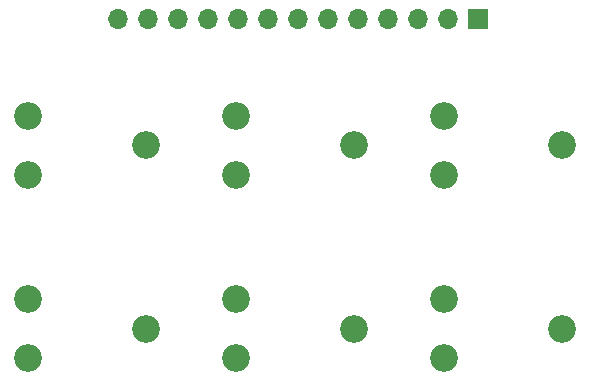
<source format=gbr>
%TF.GenerationSoftware,KiCad,Pcbnew,8.0.7*%
%TF.CreationDate,2025-03-30T18:54:04-04:00*%
%TF.ProjectId,WG P802 Adjustment Board,57472050-3830-4322-9041-646a7573746d,rev?*%
%TF.SameCoordinates,Original*%
%TF.FileFunction,Copper,L1,Top*%
%TF.FilePolarity,Positive*%
%FSLAX46Y46*%
G04 Gerber Fmt 4.6, Leading zero omitted, Abs format (unit mm)*
G04 Created by KiCad (PCBNEW 8.0.7) date 2025-03-30 18:54:04*
%MOMM*%
%LPD*%
G01*
G04 APERTURE LIST*
%TA.AperFunction,ComponentPad*%
%ADD10C,2.340000*%
%TD*%
%TA.AperFunction,ComponentPad*%
%ADD11R,1.700000X1.700000*%
%TD*%
%TA.AperFunction,ComponentPad*%
%ADD12O,1.700000X1.700000*%
%TD*%
G04 APERTURE END LIST*
D10*
%TO.P,VR103,1,1*%
%TO.N,GND*%
X33500000Y-43750000D03*
%TO.P,VR103,2,2*%
%TO.N,7*%
X43500000Y-41250000D03*
%TO.P,VR103,3,3*%
%TO.N,6*%
X33500000Y-38750000D03*
%TD*%
%TO.P,VR102,1,1*%
%TO.N,4*%
X51125000Y-43750000D03*
%TO.P,VR102,2,2*%
%TO.N,5*%
X61125000Y-41250000D03*
%TO.P,VR102,3,3*%
%TO.N,GND*%
X51125000Y-38750000D03*
%TD*%
D11*
%TO.P,J1,1,Pin_1*%
%TO.N,1*%
X71615000Y-30500000D03*
D12*
%TO.P,J1,2,Pin_2*%
%TO.N,2*%
X69075000Y-30500000D03*
%TO.P,J1,3,Pin_3*%
%TO.N,3*%
X66535000Y-30500000D03*
%TO.P,J1,4,Pin_4*%
%TO.N,4*%
X63995000Y-30500000D03*
%TO.P,J1,5,Pin_5*%
%TO.N,5*%
X61455000Y-30500000D03*
%TO.P,J1,6,Pin_6*%
%TO.N,6*%
X58915000Y-30500000D03*
%TO.P,J1,7,Pin_7*%
%TO.N,7*%
X56375000Y-30500000D03*
%TO.P,J1,8,Pin_8*%
%TO.N,8*%
X53835000Y-30500000D03*
%TO.P,J1,9,Pin_9*%
%TO.N,9*%
X51295000Y-30500000D03*
%TO.P,J1,10,Pin_10*%
%TO.N,10*%
X48755000Y-30500000D03*
%TO.P,J1,11,Pin_11*%
%TO.N,11*%
X46215000Y-30500000D03*
%TO.P,J1,12,Pin_12*%
%TO.N,GND*%
X43675000Y-30500000D03*
%TO.P,J1,13,Pin_13*%
%TO.N,13*%
X41135000Y-30500000D03*
%TD*%
D10*
%TO.P,VR101,1,1*%
%TO.N,3*%
X68750000Y-43750000D03*
%TO.P,VR101,2,2*%
%TO.N,2*%
X78750000Y-41250000D03*
%TO.P,VR101,3,3*%
%TO.N,1*%
X68750000Y-38750000D03*
%TD*%
%TO.P,VR105,1,1*%
%TO.N,11*%
X51125000Y-59250000D03*
%TO.P,VR105,2,2*%
%TO.N,10*%
X61125000Y-56750000D03*
%TO.P,VR105,3,3*%
X51125000Y-54250000D03*
%TD*%
%TO.P,VR106,1,1*%
%TO.N,13*%
X33500000Y-59250000D03*
%TO.P,VR106,2,2*%
%TO.N,GND*%
X43500000Y-56750000D03*
%TO.P,VR106,3,3*%
X33500000Y-54250000D03*
%TD*%
%TO.P,VR104,1,1*%
%TO.N,GND*%
X68750000Y-59250000D03*
%TO.P,VR104,2,2*%
%TO.N,9*%
X78750000Y-56750000D03*
%TO.P,VR104,3,3*%
%TO.N,8*%
X68750000Y-54250000D03*
%TD*%
M02*

</source>
